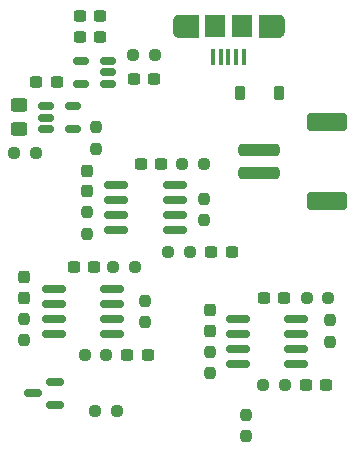
<source format=gtp>
G04 #@! TF.GenerationSoftware,KiCad,Pcbnew,8.0.1*
G04 #@! TF.CreationDate,2024-12-01T21:33:56-08:00*
G04 #@! TF.ProjectId,ledFlicker,6c656446-6c69-4636-9b65-722e6b696361,rev?*
G04 #@! TF.SameCoordinates,Original*
G04 #@! TF.FileFunction,Paste,Top*
G04 #@! TF.FilePolarity,Positive*
%FSLAX46Y46*%
G04 Gerber Fmt 4.6, Leading zero omitted, Abs format (unit mm)*
G04 Created by KiCad (PCBNEW 8.0.1) date 2024-12-01 21:33:56*
%MOMM*%
%LPD*%
G01*
G04 APERTURE LIST*
G04 Aperture macros list*
%AMRoundRect*
0 Rectangle with rounded corners*
0 $1 Rounding radius*
0 $2 $3 $4 $5 $6 $7 $8 $9 X,Y pos of 4 corners*
0 Add a 4 corners polygon primitive as box body*
4,1,4,$2,$3,$4,$5,$6,$7,$8,$9,$2,$3,0*
0 Add four circle primitives for the rounded corners*
1,1,$1+$1,$2,$3*
1,1,$1+$1,$4,$5*
1,1,$1+$1,$6,$7*
1,1,$1+$1,$8,$9*
0 Add four rect primitives between the rounded corners*
20,1,$1+$1,$2,$3,$4,$5,0*
20,1,$1+$1,$4,$5,$6,$7,0*
20,1,$1+$1,$6,$7,$8,$9,0*
20,1,$1+$1,$8,$9,$2,$3,0*%
G04 Aperture macros list end*
%ADD10C,0.010000*%
%ADD11R,0.400000X1.350000*%
%ADD12R,1.800000X1.900000*%
%ADD13RoundRect,0.237500X0.237500X-0.250000X0.237500X0.250000X-0.237500X0.250000X-0.237500X-0.250000X0*%
%ADD14RoundRect,0.237500X-0.250000X-0.237500X0.250000X-0.237500X0.250000X0.237500X-0.250000X0.237500X0*%
%ADD15RoundRect,0.250000X-0.450000X0.325000X-0.450000X-0.325000X0.450000X-0.325000X0.450000X0.325000X0*%
%ADD16RoundRect,0.237500X0.300000X0.237500X-0.300000X0.237500X-0.300000X-0.237500X0.300000X-0.237500X0*%
%ADD17RoundRect,0.150000X-0.512500X-0.150000X0.512500X-0.150000X0.512500X0.150000X-0.512500X0.150000X0*%
%ADD18RoundRect,0.150000X-0.825000X-0.150000X0.825000X-0.150000X0.825000X0.150000X-0.825000X0.150000X0*%
%ADD19RoundRect,0.237500X0.250000X0.237500X-0.250000X0.237500X-0.250000X-0.237500X0.250000X-0.237500X0*%
%ADD20RoundRect,0.250000X1.500000X-0.250000X1.500000X0.250000X-1.500000X0.250000X-1.500000X-0.250000X0*%
%ADD21RoundRect,0.250001X1.449999X-0.499999X1.449999X0.499999X-1.449999X0.499999X-1.449999X-0.499999X0*%
%ADD22RoundRect,0.150000X0.587500X0.150000X-0.587500X0.150000X-0.587500X-0.150000X0.587500X-0.150000X0*%
%ADD23RoundRect,0.237500X0.237500X-0.300000X0.237500X0.300000X-0.237500X0.300000X-0.237500X-0.300000X0*%
%ADD24RoundRect,0.150000X0.512500X0.150000X-0.512500X0.150000X-0.512500X-0.150000X0.512500X-0.150000X0*%
%ADD25RoundRect,0.237500X-0.237500X0.250000X-0.237500X-0.250000X0.237500X-0.250000X0.237500X0.250000X0*%
%ADD26RoundRect,0.225000X-0.225000X-0.375000X0.225000X-0.375000X0.225000X0.375000X-0.225000X0.375000X0*%
%ADD27RoundRect,0.237500X-0.300000X-0.237500X0.300000X-0.237500X0.300000X0.237500X-0.300000X0.237500X0*%
G04 APERTURE END LIST*
D10*
X170251000Y-31229500D02*
X170277000Y-31231500D01*
X170303000Y-31235500D01*
X170329000Y-31239500D01*
X170354000Y-31246500D01*
X170380000Y-31253500D01*
X170404000Y-31262500D01*
X170428000Y-31272500D01*
X170452000Y-31283500D01*
X170475000Y-31295500D01*
X170497000Y-31309500D01*
X170519000Y-31324500D01*
X170540000Y-31340500D01*
X170560000Y-31357500D01*
X170579000Y-31375500D01*
X170597000Y-31394500D01*
X170614000Y-31414500D01*
X170630000Y-31435500D01*
X170644000Y-31456500D01*
X170658000Y-31478500D01*
X170671000Y-31502500D01*
X170682000Y-31525500D01*
X170692000Y-31549500D01*
X170701000Y-31574500D01*
X170708000Y-31599500D01*
X170714000Y-31625500D01*
X170719000Y-31650500D01*
X170722000Y-31676500D01*
X170724000Y-31702500D01*
X170725000Y-31728500D01*
X170725000Y-32629500D01*
X170724000Y-32655500D01*
X170722000Y-32681500D01*
X170719000Y-32707500D01*
X170714000Y-32732500D01*
X170708000Y-32758500D01*
X170701000Y-32783500D01*
X170692000Y-32808500D01*
X170682000Y-32832500D01*
X170671000Y-32855500D01*
X170658000Y-32878500D01*
X170644000Y-32901500D01*
X170630000Y-32922500D01*
X170614000Y-32943500D01*
X170597000Y-32963500D01*
X170579000Y-32982500D01*
X170560000Y-33000500D01*
X170540000Y-33017500D01*
X170519000Y-33033500D01*
X170497000Y-33048500D01*
X170475000Y-33062500D01*
X170452000Y-33074500D01*
X170428000Y-33085500D01*
X170404000Y-33095500D01*
X170380000Y-33104500D01*
X170354000Y-33111500D01*
X170329000Y-33118500D01*
X170303000Y-33122500D01*
X170277000Y-33126500D01*
X170251000Y-33128500D01*
X170225000Y-33128500D01*
X168650000Y-33129000D01*
X168650000Y-33128500D01*
X168650000Y-31228500D01*
X170225000Y-31228500D01*
X170251000Y-31229500D01*
G36*
X170251000Y-31229500D02*
G01*
X170277000Y-31231500D01*
X170303000Y-31235500D01*
X170329000Y-31239500D01*
X170354000Y-31246500D01*
X170380000Y-31253500D01*
X170404000Y-31262500D01*
X170428000Y-31272500D01*
X170452000Y-31283500D01*
X170475000Y-31295500D01*
X170497000Y-31309500D01*
X170519000Y-31324500D01*
X170540000Y-31340500D01*
X170560000Y-31357500D01*
X170579000Y-31375500D01*
X170597000Y-31394500D01*
X170614000Y-31414500D01*
X170630000Y-31435500D01*
X170644000Y-31456500D01*
X170658000Y-31478500D01*
X170671000Y-31502500D01*
X170682000Y-31525500D01*
X170692000Y-31549500D01*
X170701000Y-31574500D01*
X170708000Y-31599500D01*
X170714000Y-31625500D01*
X170719000Y-31650500D01*
X170722000Y-31676500D01*
X170724000Y-31702500D01*
X170725000Y-31728500D01*
X170725000Y-32629500D01*
X170724000Y-32655500D01*
X170722000Y-32681500D01*
X170719000Y-32707500D01*
X170714000Y-32732500D01*
X170708000Y-32758500D01*
X170701000Y-32783500D01*
X170692000Y-32808500D01*
X170682000Y-32832500D01*
X170671000Y-32855500D01*
X170658000Y-32878500D01*
X170644000Y-32901500D01*
X170630000Y-32922500D01*
X170614000Y-32943500D01*
X170597000Y-32963500D01*
X170579000Y-32982500D01*
X170560000Y-33000500D01*
X170540000Y-33017500D01*
X170519000Y-33033500D01*
X170497000Y-33048500D01*
X170475000Y-33062500D01*
X170452000Y-33074500D01*
X170428000Y-33085500D01*
X170404000Y-33095500D01*
X170380000Y-33104500D01*
X170354000Y-33111500D01*
X170329000Y-33118500D01*
X170303000Y-33122500D01*
X170277000Y-33126500D01*
X170251000Y-33128500D01*
X170225000Y-33128500D01*
X168650000Y-33129000D01*
X168650000Y-33128500D01*
X168650000Y-31228500D01*
X170225000Y-31228500D01*
X170251000Y-31229500D01*
G37*
X163450000Y-31229000D02*
X163450000Y-33128500D01*
X161875000Y-33128500D01*
X161849000Y-33128500D01*
X161823000Y-33126500D01*
X161797000Y-33122500D01*
X161771000Y-33118500D01*
X161746000Y-33111500D01*
X161720000Y-33104500D01*
X161696000Y-33095500D01*
X161672000Y-33085500D01*
X161648000Y-33074500D01*
X161625000Y-33062500D01*
X161603000Y-33048500D01*
X161581000Y-33033500D01*
X161560000Y-33017500D01*
X161540000Y-33000500D01*
X161521000Y-32982500D01*
X161503000Y-32963500D01*
X161486000Y-32943500D01*
X161470000Y-32922500D01*
X161456000Y-32901500D01*
X161442000Y-32878500D01*
X161429000Y-32855500D01*
X161418000Y-32832500D01*
X161408000Y-32808500D01*
X161399000Y-32783500D01*
X161392000Y-32758500D01*
X161386000Y-32732500D01*
X161381000Y-32707500D01*
X161378000Y-32681500D01*
X161376000Y-32655500D01*
X161375000Y-32629500D01*
X161375000Y-31728500D01*
X161376000Y-31702500D01*
X161378000Y-31676500D01*
X161381000Y-31650500D01*
X161386000Y-31625500D01*
X161392000Y-31599500D01*
X161399000Y-31574500D01*
X161408000Y-31549500D01*
X161418000Y-31525500D01*
X161429000Y-31502500D01*
X161442000Y-31478500D01*
X161456000Y-31456500D01*
X161470000Y-31435500D01*
X161486000Y-31414500D01*
X161503000Y-31394500D01*
X161521000Y-31375500D01*
X161540000Y-31357500D01*
X161560000Y-31340500D01*
X161581000Y-31324500D01*
X161603000Y-31309500D01*
X161625000Y-31295500D01*
X161648000Y-31283500D01*
X161672000Y-31272500D01*
X161696000Y-31262500D01*
X161720000Y-31253500D01*
X161746000Y-31246500D01*
X161771000Y-31239500D01*
X161797000Y-31235500D01*
X161823000Y-31231500D01*
X161849000Y-31229500D01*
X161875000Y-31228500D01*
X163450000Y-31229000D01*
G36*
X163450000Y-31229000D02*
G01*
X163450000Y-33128500D01*
X161875000Y-33128500D01*
X161849000Y-33128500D01*
X161823000Y-33126500D01*
X161797000Y-33122500D01*
X161771000Y-33118500D01*
X161746000Y-33111500D01*
X161720000Y-33104500D01*
X161696000Y-33095500D01*
X161672000Y-33085500D01*
X161648000Y-33074500D01*
X161625000Y-33062500D01*
X161603000Y-33048500D01*
X161581000Y-33033500D01*
X161560000Y-33017500D01*
X161540000Y-33000500D01*
X161521000Y-32982500D01*
X161503000Y-32963500D01*
X161486000Y-32943500D01*
X161470000Y-32922500D01*
X161456000Y-32901500D01*
X161442000Y-32878500D01*
X161429000Y-32855500D01*
X161418000Y-32832500D01*
X161408000Y-32808500D01*
X161399000Y-32783500D01*
X161392000Y-32758500D01*
X161386000Y-32732500D01*
X161381000Y-32707500D01*
X161378000Y-32681500D01*
X161376000Y-32655500D01*
X161375000Y-32629500D01*
X161375000Y-31728500D01*
X161376000Y-31702500D01*
X161378000Y-31676500D01*
X161381000Y-31650500D01*
X161386000Y-31625500D01*
X161392000Y-31599500D01*
X161399000Y-31574500D01*
X161408000Y-31549500D01*
X161418000Y-31525500D01*
X161429000Y-31502500D01*
X161442000Y-31478500D01*
X161456000Y-31456500D01*
X161470000Y-31435500D01*
X161486000Y-31414500D01*
X161503000Y-31394500D01*
X161521000Y-31375500D01*
X161540000Y-31357500D01*
X161560000Y-31340500D01*
X161581000Y-31324500D01*
X161603000Y-31309500D01*
X161625000Y-31295500D01*
X161648000Y-31283500D01*
X161672000Y-31272500D01*
X161696000Y-31262500D01*
X161720000Y-31253500D01*
X161746000Y-31246500D01*
X161771000Y-31239500D01*
X161797000Y-31235500D01*
X161823000Y-31231500D01*
X161849000Y-31229500D01*
X161875000Y-31228500D01*
X163450000Y-31229000D01*
G37*
D11*
X167350000Y-34854000D03*
X166700000Y-34854000D03*
X166050000Y-34854000D03*
X165400000Y-34854000D03*
X164750000Y-34854000D03*
D12*
X164900000Y-32179000D03*
X167200000Y-32179000D03*
D13*
X148717000Y-58824500D03*
X148717000Y-56999500D03*
D14*
X162155500Y-43915500D03*
X163980500Y-43915500D03*
D15*
X148336000Y-38853000D03*
X148336000Y-40903000D03*
D16*
X160374500Y-43915500D03*
X158649500Y-43915500D03*
D17*
X150640500Y-39010000D03*
X150640500Y-39960000D03*
X150640500Y-40910000D03*
X152915500Y-40910000D03*
X152915500Y-39010000D03*
D16*
X154659500Y-52578000D03*
X152934500Y-52578000D03*
D18*
X166842500Y-56996500D03*
X166842500Y-58266500D03*
X166842500Y-59536500D03*
X166842500Y-60806500D03*
X171792500Y-60806500D03*
X171792500Y-59536500D03*
X171792500Y-58266500D03*
X171792500Y-56996500D03*
D19*
X156614500Y-64770000D03*
X154789500Y-64770000D03*
D20*
X168621000Y-44688000D03*
X168621000Y-42688000D03*
D21*
X174371000Y-47038000D03*
X174371000Y-40338000D03*
D13*
X164465000Y-61592000D03*
X164465000Y-59767000D03*
D14*
X172696500Y-55218500D03*
X174521500Y-55218500D03*
D22*
X151384000Y-64257000D03*
X151384000Y-62357000D03*
X149509000Y-63307000D03*
D18*
X151260000Y-54456500D03*
X151260000Y-55726500D03*
X151260000Y-56996500D03*
X151260000Y-58266500D03*
X156210000Y-58266500D03*
X156210000Y-56996500D03*
X156210000Y-55726500D03*
X156210000Y-54456500D03*
D23*
X164465000Y-57986000D03*
X164465000Y-56261000D03*
D14*
X156313500Y-52578000D03*
X158138500Y-52578000D03*
D24*
X155851000Y-37077500D03*
X155851000Y-36127500D03*
X155851000Y-35177500D03*
X153576000Y-35177500D03*
X153576000Y-37077500D03*
D25*
X167513000Y-65127500D03*
X167513000Y-66952500D03*
D18*
X156555500Y-45667000D03*
X156555500Y-46937000D03*
X156555500Y-48207000D03*
X156555500Y-49477000D03*
X161505500Y-49477000D03*
X161505500Y-48207000D03*
X161505500Y-46937000D03*
X161505500Y-45667000D03*
D13*
X154797000Y-42584500D03*
X154797000Y-40759500D03*
D25*
X163957000Y-46813000D03*
X163957000Y-48638000D03*
D14*
X160962500Y-51308000D03*
X162787500Y-51308000D03*
D13*
X154051000Y-49781000D03*
X154051000Y-47956000D03*
D26*
X167006000Y-37846000D03*
X170306000Y-37846000D03*
D27*
X172619500Y-62584500D03*
X174344500Y-62584500D03*
D16*
X151511000Y-36957000D03*
X149786000Y-36957000D03*
D27*
X157480000Y-60071000D03*
X159205000Y-60071000D03*
D16*
X170788500Y-55218500D03*
X169063500Y-55218500D03*
D25*
X159004000Y-55475500D03*
X159004000Y-57300500D03*
D23*
X148717000Y-55192000D03*
X148717000Y-53467000D03*
D14*
X153877000Y-60071000D03*
X155702000Y-60071000D03*
D16*
X159772500Y-36696500D03*
X158047500Y-36696500D03*
D27*
X164592000Y-51308000D03*
X166317000Y-51308000D03*
D14*
X147915500Y-42942000D03*
X149740500Y-42942000D03*
D27*
X153475500Y-31362500D03*
X155200500Y-31362500D03*
D23*
X154051000Y-46175000D03*
X154051000Y-44450000D03*
D19*
X159822500Y-34664500D03*
X157997500Y-34664500D03*
D27*
X153475500Y-33140500D03*
X155200500Y-33140500D03*
D14*
X169013500Y-62584500D03*
X170838500Y-62584500D03*
D25*
X174625000Y-57100000D03*
X174625000Y-58925000D03*
M02*

</source>
